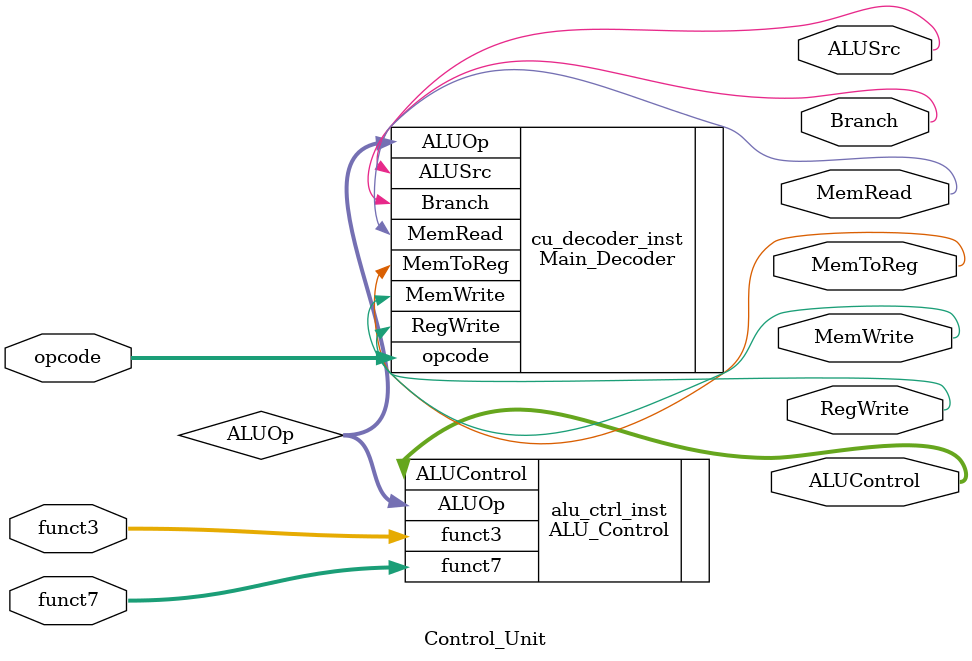
<source format=v>
`timescale 1ns / 1ps


module Control_Unit(
    input [6:0] opcode,
    input [6:0] funct7,
    input [2:0] funct3,
    
    output RegWrite, ALUSrc, MemWrite, MemToReg, Branch, MemRead,
    output [3:0] ALUControl
);
    
wire [2:0] ALUOp;
    
    // Main decoder
    Main_Decoder cu_decoder_inst (
        .opcode(opcode),
        .RegWrite(RegWrite),
        .MemWrite(MemWrite),
        .MemToReg(MemToReg),
        .MemRead(MemRead),
        .Branch(Branch),
        .ALUSrc(ALUSrc),
        .ALUOp(ALUOp)
    );
    
    // ALU Control
    ALU_Control alu_ctrl_inst(
        .ALUOp(ALUOp),
        .funct3(funct3),
        .funct7(funct7),
        .ALUControl(ALUControl)
    );
endmodule

</source>
